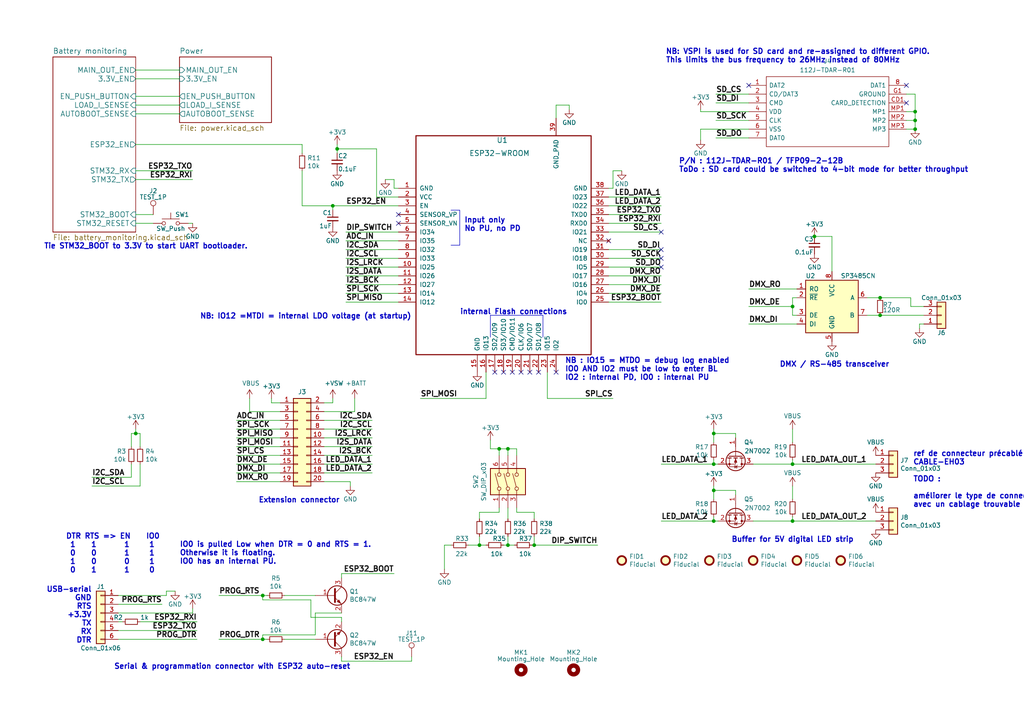
<source format=kicad_sch>
(kicad_sch (version 20230121) (generator eeschema)
  (paper "A4")
  (title_block (title "ESP32 battery management module") (date "2023-06-14") (rev "3.2") (company "for : KXKM") (comment 1 "update PCB, add optional SD, ....") (comment 2 "Clément SAILLANT (v3.2) : improve Autoboot") (comment 3 "Viven Henry (v3) : remove SD, add Switch, add Autoboot") (comment 4 "Tom Magnier :  initial release (v1 & v2)"))
  (lib_symbols
    (symbol "112J-TDAR-R01:112J-TDAR-R01" (pin_names (offset 0.762))
      (property "Reference" "J" (at 41.91 7.62 0))
      (property "Value" "112J-TDAR-R01" (at 41.91 5.08 0))
      (symbol "112J-TDAR-R01_0_0"
        (pin passive line (at 0 0 0) (length 5.08) (name "DAT2") (number "1"))
        (pin passive line (at 0 -2.54 0) (length 5.08) (name "CD/DAT3") (number "2"))
        (pin passive line (at 0 -5.08 0) (length 5.08) (name "CMD") (number "3"))
        (pin passive line (at 0 -7.62 0) (length 5.08) (name "VDD") (number "4"))
        (pin passive line (at 0 -10.16 0) (length 5.08) (name "CLK") (number "5"))
        (pin passive line (at 0 -12.7 0) (length 5.08) (name "VSS") (number "6"))
        (pin passive line (at 0 -15.24 0) (length 5.08) (name "DAT0") (number "7"))
        (pin passive line (at 45.72 0 180) (length 5.08) (name "DAT1") (number "8"))
        (pin passive line (at 45.72 -5.08 180) (length 5.08) (name "CARD_DETECTION") (number "CD1"))
        (pin passive line (at 45.72 -2.54 180) (length 5.08) (name "GROUND") (number "G1"))
        (pin passive line (at 45.72 -7.62 180) (length 5.08) (name "MP1") (number "MP1"))
        (pin passive line (at 45.72 -10.16 180) (length 5.08) (name "MP2") (number "MP2"))
        (pin passive line (at 45.72 -12.7 180) (length 5.08) (name "MP3") (number "MP3"))
      )
    )
    (symbol "Connector:TestPoint" (pin_numbers hide) (pin_names (offset 0.762) hide)
      (property "Reference" "TP" (at 0 6.858 0))
      (property "Value" "Connector_TestPoint" (at 0 5.08 0))
      (symbol "TestPoint_1_1"
        (pin passive line (at 0 0 90) (length 2.54) (name "1") (number "1"))
      )
    )
    (symbol "Connector_Generic:Conn_01x03" (pin_names (offset 1.016) hide)
      (property "Reference" "J" (at 0 5.08 0))
      (property "Value" "Connector_Generic_Conn_01x03" (at 0 -5.08 0))
      (symbol "Conn_01x03_1_1"
        (pin passive line (at -5.08 2.54 0) (length 3.81) (name "Pin_1") (number "1"))
        (pin passive line (at -5.08 0 0) (length 3.81) (name "Pin_2") (number "2"))
        (pin passive line (at -5.08 -2.54 0) (length 3.81) (name "Pin_3") (number "3"))
      )
    )
    (symbol "Connector_Generic:Conn_01x06" (pin_names (offset 1.016) hide)
      (property "Reference" "J" (at 0 7.62 0))
      (property "Value" "Connector_Generic_Conn_01x06" (at 0 -10.16 0))
      (symbol "Conn_01x06_1_1"
        (pin passive line (at -5.08 5.08 0) (length 3.81) (name "Pin_1") (number "1"))
        (pin passive line (at -5.08 2.54 0) (length 3.81) (name "Pin_2") (number "2"))
        (pin passive line (at -5.08 0 0) (length 3.81) (name "Pin_3") (number "3"))
        (pin passive line (at -5.08 -2.54 0) (length 3.81) (name "Pin_4") (number "4"))
        (pin passive line (at -5.08 -5.08 0) (length 3.81) (name "Pin_5") (number "5"))
        (pin passive line (at -5.08 -7.62 0) (length 3.81) (name "Pin_6") (number "6"))
      )
    )
    (symbol "Connector_Generic:Conn_02x10_Odd_Even" (pin_names (offset 1.016) hide)
      (property "Reference" "J" (at 1.27 12.7 0))
      (property "Value" "Connector_Generic_Conn_02x10_Odd_Even" (at 1.27 -15.24 0))
      (symbol "Conn_02x10_Odd_Even_1_1"
        (pin passive line (at -5.08 10.16 0) (length 3.81) (name "Pin_1") (number "1"))
        (pin passive line (at 7.62 0 180) (length 3.81) (name "Pin_10") (number "10"))
        (pin passive line (at -5.08 -2.54 0) (length 3.81) (name "Pin_11") (number "11"))
        (pin passive line (at 7.62 -2.54 180) (length 3.81) (name "Pin_12") (number "12"))
        (pin passive line (at -5.08 -5.08 0) (length 3.81) (name "Pin_13") (number "13"))
        (pin passive line (at 7.62 -5.08 180) (length 3.81) (name "Pin_14") (number "14"))
        (pin passive line (at -5.08 -7.62 0) (length 3.81) (name "Pin_15") (number "15"))
        (pin passive line (at 7.62 -7.62 180) (length 3.81) (name "Pin_16") (number "16"))
        (pin passive line (at -5.08 -10.16 0) (length 3.81) (name "Pin_17") (number "17"))
        (pin passive line (at 7.62 -10.16 180) (length 3.81) (name "Pin_18") (number "18"))
        (pin passive line (at -5.08 -12.7 0) (length 3.81) (name "Pin_19") (number "19"))
        (pin passive line (at 7.62 10.16 180) (length 3.81) (name "Pin_2") (number "2"))
        (pin passive line (at 7.62 -12.7 180) (length 3.81) (name "Pin_20") (number "20"))
        (pin passive line (at -5.08 7.62 0) (length 3.81) (name "Pin_3") (number "3"))
        (pin passive line (at 7.62 7.62 180) (length 3.81) (name "Pin_4") (number "4"))
        (pin passive line (at -5.08 5.08 0) (length 3.81) (name "Pin_5") (number "5"))
        (pin passive line (at 7.62 5.08 180) (length 3.81) (name "Pin_6") (number "6"))
        (pin passive line (at -5.08 2.54 0) (length 3.81) (name "Pin_7") (number "7"))
        (pin passive line (at 7.62 2.54 180) (length 3.81) (name "Pin_8") (number "8"))
        (pin passive line (at -5.08 0 0) (length 3.81) (name "Pin_9") (number "9"))
      )
    )
    (symbol "Device:C_Small" (pin_numbers hide) (pin_names (offset 0.254) hide)
      (property "Reference" "C" (at 0.254 1.778 0))
      (property "Value" "Device_C_Small" (at 0.254 -2.032 0))
      (symbol "C_Small_1_1"
        (pin passive line (at 0 2.54 270) (length 2.032) (name "~") (number "1"))
        (pin passive line (at 0 -2.54 90) (length 2.032) (name "~") (number "2"))
      )
    )
    (symbol "Device:R_Small" (pin_numbers hide) (pin_names (offset 0.254) hide)
      (property "Reference" "R" (at 0.762 0.508 0))
      (property "Value" "Device_R_Small" (at 0.762 -1.016 0))
      (symbol "R_Small_1_1"
        (pin passive line (at 0 2.54 270) (length 0.762) (name "~") (number "1"))
        (pin passive line (at 0 -2.54 90) (length 0.762) (name "~") (number "2"))
      )
    )
    (symbol "Interface_UART:SP3485CN" (pin_names (offset 1.016))
      (property "Reference" "U" (at -7.62 8.89 0))
      (property "Value" "Interface_UART_SP3485CN" (at 2.54 8.89 0))
      (symbol "SP3485CN_1_1"
        (pin output line (at -10.16 5.08 0) (length 2.54) (name "RO") (number "1"))
        (pin input line (at -10.16 2.54 0) (length 2.54) (name "~{RE}") (number "2"))
        (pin input line (at -10.16 -2.54 0) (length 2.54) (name "DE") (number "3"))
        (pin input line (at -10.16 -5.08 0) (length 2.54) (name "DI") (number "4"))
        (pin power_in line (at 0 -10.16 90) (length 2.54) (name "GND") (number "5"))
        (pin bidirectional line (at 10.16 2.54 180) (length 2.54) (name "A") (number "6"))
        (pin bidirectional line (at 10.16 -2.54 180) (length 2.54) (name "B") (number "7"))
        (pin power_in line (at 0 10.16 270) (length 2.54) (name "VCC") (number "8"))
      )
    )
    (symbol "KXKM_ESP32_battery_management_board-rescue:ESP32-WROOM-espressif-xess" (pin_names (offset 1.016))
      (property "Reference" "U" (at 3.81 6.35 0))
      (property "Value" "ESP32-WROOM-espressif-xess" (at 3.81 3.81 0))
      (symbol "ESP32-WROOM-espressif-xess_1_1"
        (pin power_in line (at 0 0 0) (length 5.08) (name "GND") (number "1"))
        (pin bidirectional line (at 0 -22.86 0) (length 5.08) (name "IO25") (number "10"))
        (pin input line (at 0 -25.4 0) (length 5.08) (name "IO26") (number "11"))
        (pin bidirectional line (at 0 -27.94 0) (length 5.08) (name "IO27") (number "12"))
        (pin bidirectional line (at 0 -30.48 0) (length 5.08) (name "IO14") (number "13"))
        (pin bidirectional line (at 0 -33.02 0) (length 5.08) (name "IO12") (number "14"))
        (pin power_in line (at 22.86 -53.34 90) (length 5.08) (name "GND") (number "15"))
        (pin bidirectional line (at 25.4 -53.34 90) (length 5.08) (name "IO13") (number "16"))
        (pin bidirectional line (at 27.94 -53.34 90) (length 5.08) (name "SD2/IO9") (number "17"))
        (pin bidirectional line (at 30.48 -53.34 90) (length 5.08) (name "SD3/IO10") (number "18"))
        (pin bidirectional line (at 33.02 -53.34 90) (length 5.08) (name "CMD/IO11") (number "19"))
        (pin power_in line (at 0 -2.54 0) (length 5.08) (name "VCC") (number "2"))
        (pin bidirectional line (at 35.56 -53.34 90) (length 5.08) (name "CLK/IO6") (number "20"))
        (pin bidirectional line (at 38.1 -53.34 90) (length 5.08) (name "SD0/IO7") (number "21"))
        (pin bidirectional line (at 40.64 -53.34 90) (length 5.08) (name "SD1/IO8") (number "22"))
        (pin bidirectional line (at 43.18 -53.34 90) (length 5.08) (name "IO15") (number "23"))
        (pin bidirectional line (at 45.72 -53.34 90) (length 5.08) (name "IO2") (number "24"))
        (pin bidirectional line (at 60.96 -33.02 180) (length 5.08) (name "IO0") (number "25"))
        (pin bidirectional line (at 60.96 -30.48 180) (length 5.08) (name "IO4") (number "26"))
        (pin bidirectional line (at 60.96 -27.94 180) (length 5.08) (name "IO16") (number "27"))
        (pin bidirectional line (at 60.96 -25.4 180) (length 5.08) (name "IO17") (number "28"))
        (pin bidirectional line (at 60.96 -22.86 180) (length 5.08) (name "IO5") (number "29"))
        (pin input line (at 0 -5.08 0) (length 5.08) (name "EN") (number "3"))
        (pin bidirectional line (at 60.96 -20.32 180) (length 5.08) (name "IO18") (number "30"))
        (pin bidirectional line (at 60.96 -17.78 180) (length 5.08) (name "IO19") (number "31"))
        (pin no_connect line (at 60.96 -15.24 180) (length 5.08) (name "NC") (number "32"))
        (pin bidirectional line (at 60.96 -12.7 180) (length 5.08) (name "IO21") (number "33"))
        (pin bidirectional line (at 60.96 -10.16 180) (length 5.08) (name "RXD0") (number "34"))
        (pin bidirectional line (at 60.96 -7.62 180) (length 5.08) (name "TXD0") (number "35"))
        (pin bidirectional line (at 60.96 -5.08 180) (length 5.08) (name "IO22") (number "36"))
        (pin bidirectional line (at 60.96 -2.54 180) (length 5.08) (name "IO23") (number "37"))
        (pin power_in line (at 60.96 0 180) (length 5.08) (name "GND") (number "38"))
        (pin power_in line (at 45.72 20.32 270) (length 5.08) (name "GND_PAD") (number "39"))
        (pin input line (at 0 -7.62 0) (length 5.08) (name "SENSOR_VP") (number "4"))
        (pin input line (at 0 -10.16 0) (length 5.08) (name "SENSOR_VN") (number "5"))
        (pin bidirectional line (at 0 -12.7 0) (length 5.08) (name "IO34") (number "6"))
        (pin bidirectional line (at 0 -15.24 0) (length 5.08) (name "IO35") (number "7"))
        (pin bidirectional line (at 0 -17.78 0) (length 5.08) (name "IO32") (number "8"))
        (pin bidirectional line (at 0 -20.32 0) (length 5.08) (name "IO33") (number "9"))
      )
    )
    (symbol "Mechanical:Fiducial"
      (property "Reference" "FID" (at 0 5.08 0))
      (property "Value" "Mechanical_Fiducial" (at 0 3.175 0))
    )
    (symbol "Mechanical:MountingHole" (pin_names (offset 1.016))
      (property "Reference" "H" (at 0 5.08 0))
      (property "Value" "Mechanical_MountingHole" (at 0 3.175 0))
    )
    (symbol "Switch:SW_DIP_x03" (pin_names (offset 0) hide)
      (property "Reference" "SW" (at 0 8.89 0))
      (property "Value" "Switch_SW_DIP_x03" (at 0 -3.81 0))
      (symbol "SW_DIP_x03_1_1"
        (pin passive line (at -7.62 5.08 0) (length 5.08) (name "~") (number "1"))
        (pin passive line (at -7.62 2.54 0) (length 5.08) (name "~") (number "2"))
        (pin passive line (at -7.62 0 0) (length 5.08) (name "~") (number "3"))
        (pin passive line (at 7.62 0 180) (length 5.08) (name "~") (number "4"))
        (pin passive line (at 7.62 2.54 180) (length 5.08) (name "~") (number "5"))
        (pin passive line (at 7.62 5.08 180) (length 5.08) (name "~") (number "6"))
      )
    )
    (symbol "Switch:SW_Push" (pin_numbers hide) (pin_names (offset 1.016) hide)
      (property "Reference" "SW" (at 1.27 2.54 0))
      (property "Value" "Switch_SW_Push" (at 0 -1.524 0))
      (symbol "SW_Push_0_1"
        (pin passive line (at -5.08 0 0) (length 2.54) (name "1") (number "1"))
        (pin passive line (at 5.08 0 180) (length 2.54) (name "2") (number "2"))
      )
    )
    (symbol "Transistor_BJT:BC847W" (pin_names (offset 0) hide)
      (property "Reference" "Q" (at 5.08 1.905 0))
      (property "Value" "Transistor_BJT_BC847W" (at 5.08 0 0))
      (symbol "BC847W_1_1"
        (pin input line (at -5.08 0 0) (length 5.715) (name "B") (number "1"))
        (pin passive line (at 2.54 -5.08 90) (length 2.54) (name "E") (number "2"))
        (pin passive line (at 2.54 5.08 270) (length 2.54) (name "C") (number "3"))
      )
    )
    (symbol "Transistor_FET:2N7002" (pin_names hide)
      (property "Reference" "Q" (at 5.08 1.905 0))
      (property "Value" "Transistor_FET_2N7002" (at 5.08 0 0))
      (symbol "2N7002_1_1"
        (pin input line (at -5.08 0 0) (length 2.54) (name "G") (number "1"))
        (pin passive line (at 2.54 -5.08 90) (length 2.54) (name "S") (number "2"))
        (pin passive line (at 2.54 5.08 270) (length 2.54) (name "D") (number "3"))
      )
    )
    (symbol "power:+3.3V" (power) (pin_names (offset 0))
      (property "Value" "power_+3.3V" (at 0 3.556 0))
      (symbol "+3.3V_1_1"
        (pin power_in line (at 0 0 90) (length 0) hide (name "+3V3") (number "1"))
      )
    )
    (symbol "power:+BATT" (power) (pin_names (offset 0))
      (property "Value" "power_+BATT" (at 0 3.556 0))
      (symbol "+BATT_1_1"
        (pin power_in line (at 0 0 90) (length 0) hide (name "+BATT") (number "1"))
      )
    )
    (symbol "power:+VSW" (power) (pin_names (offset 0))
      (property "Value" "power_+VSW" (at 0 3.556 0))
      (symbol "+VSW_1_1"
        (pin power_in line (at 0 0 90) (length 0) hide (name "+VSW") (number "1"))
      )
    )
    (symbol "power:GND" (power) (pin_names (offset 0))
      (property "Value" "power_GND" (at 0 -3.81 0))
      (symbol "GND_1_1"
        (pin power_in line (at 0 0 270) (length 0) hide (name "GND") (number "1"))
      )
    )
    (symbol "power:VBUS" (power) (pin_names (offset 0))
      (property "Value" "power_VBUS" (at 0 3.81 0))
      (symbol "VBUS_1_1"
        (pin power_in line (at 0 0 90) (length 0) hide (name "VBUS") (number "1"))
      )
    )
  )
  (junction (at 154.94 158.115))
  (junction (at 265.43 34.925))
  (junction (at 147.32 158.115))
  (junction (at 207.01 142.24))
  (junction (at 76.2 185.42))
  (junction (at 97.79 43.18))
  (junction (at 76.2 172.72))
  (junction (at 39.37 125.73))
  (junction (at 207.01 151.13))
  (junction (at 147.32 130.175))
  (junction (at 229.87 151.13))
  (junction (at 207.01 134.62))
  (junction (at 255.27 91.44))
  (junction (at 236.22 68.58))
  (junction (at 96.52 59.69))
  (junction (at 139.065 158.115))
  (junction (at 229.87 134.62))
  (junction (at 229.87 88.9))
  (junction (at 265.43 37.465))
  (junction (at 265.43 32.385))
  (junction (at 207.01 125.73))
  (junction (at 255.27 86.36))
  (junction (at 144.78 130.175))
  (no_connect (at 151.13 107.95))
  (no_connect (at 115.57 62.23))
  (no_connect (at 176.53 69.85))
  (no_connect (at 191.77 72.39))
  (no_connect (at 143.51 107.95))
  (no_connect (at 156.21 107.95))
  (no_connect (at 191.77 74.93))
  (no_connect (at 146.05 107.95))
  (no_connect (at 262.89 29.845))
  (no_connect (at 161.29 107.95))
  (no_connect (at 148.59 107.95))
  (no_connect (at 115.57 64.77))
  (no_connect (at 191.77 77.47))
  (no_connect (at 262.89 24.765))
  (no_connect (at 153.67 107.95))
  (no_connect (at 217.17 24.765))
  (no_connect (at 191.77 67.31))
  (wire (pts (xy 38.1 134.62) (xy 38.1 138.43)))
  (wire (pts (xy 76.2 172.72) (xy 77.47 172.72)))
  (wire (pts (xy 140.97 115.57) (xy 121.92 115.57)))
  (wire (pts (xy 76.2 173.99) (xy 90.17 173.99)))
  (wire (pts (xy 68.58 127) (xy 81.28 127)))
  (wire (pts (xy 93.98 134.62) (xy 107.95 134.62)))
  (wire (pts (xy 144.78 130.175) (xy 142.24 130.175)))
  (wire (pts (xy 72.39 119.38) (xy 81.28 119.38)))
  (wire (pts (xy 231.14 93.98) (xy 217.17 93.98)))
  (wire (pts (xy 231.14 83.82) (xy 217.17 83.82)))
  (wire (pts (xy 229.87 88.9) (xy 229.87 91.44)))
  (wire (pts (xy 176.53 54.61) (xy 177.8 54.61)))
  (wire (pts (xy 39.37 27.94) (xy 52.07 27.94)))
  (wire (pts (xy 213.36 142.24) (xy 213.36 143.51)))
  (wire (pts (xy 255.27 91.44) (xy 267.97 91.44)))
  (wire (pts (xy 87.63 59.69) (xy 87.63 49.53)))
  (wire (pts (xy 109.22 57.15) (xy 109.22 43.18)))
  (wire (pts (xy 229.87 86.36) (xy 229.87 88.9)))
  (wire (pts (xy 90.17 173.99) (xy 90.17 179.07)))
  (wire (pts (xy 91.44 177.8) (xy 99.06 177.8)))
  (wire (pts (xy 265.43 27.305) (xy 265.43 32.385)))
  (wire (pts (xy 82.55 185.42) (xy 91.44 185.42)))
  (wire (pts (xy 266.7 93.98) (xy 267.97 93.98)))
  (wire (pts (xy 176.53 77.47) (xy 191.77 77.47)))
  (wire (pts (xy 68.58 134.62) (xy 81.28 134.62)))
  (wire (pts (xy 40.64 125.73) (xy 40.64 129.54)))
  (wire (pts (xy 203.2 40.64) (xy 203.2 37.465)))
  (wire (pts (xy 39.37 20.32) (xy 52.07 20.32)))
  (wire (pts (xy 100.33 69.85) (xy 115.57 69.85)))
  (wire (pts (xy 78.74 115.57) (xy 78.74 116.84)))
  (wire (pts (xy 251.46 91.44) (xy 255.27 91.44)))
  (wire (pts (xy 207.01 142.24) (xy 213.36 142.24)))
  (wire (pts (xy 229.87 88.9) (xy 217.17 88.9)))
  (wire (pts (xy 96.52 60.96) (xy 96.52 59.69)))
  (wire (pts (xy 100.33 72.39) (xy 115.57 72.39)))
  (polyline (pts (xy 133.35 60.96) (xy 133.35 71.12)))
  (wire (pts (xy 115.57 85.09) (xy 100.33 85.09)))
  (wire (pts (xy 99.06 167.64) (xy 99.06 166.37)))
  (wire (pts (xy 97.79 43.18) (xy 97.79 44.45)))
  (wire (pts (xy 100.33 67.31) (xy 115.57 67.31)))
  (wire (pts (xy 229.87 144.78) (xy 229.87 140.97)))
  (wire (pts (xy 96.52 59.69) (xy 115.57 59.69)))
  (wire (pts (xy 177.8 49.53) (xy 180.34 49.53)))
  (wire (pts (xy 128.905 158.115) (xy 128.905 165.1)))
  (wire (pts (xy 115.57 57.15) (xy 109.22 57.15)))
  (wire (pts (xy 229.87 91.44) (xy 231.14 91.44)))
  (wire (pts (xy 63.5 185.42) (xy 76.2 185.42)))
  (wire (pts (xy 38.1 125.73) (xy 39.37 125.73)))
  (wire (pts (xy 34.29 180.34) (xy 35.56 180.34)))
  (wire (pts (xy 39.37 62.23) (xy 44.45 62.23)))
  (polyline (pts (xy 130.81 60.96) (xy 133.35 60.96)))
  (wire (pts (xy 262.89 32.385) (xy 265.43 32.385)))
  (wire (pts (xy 115.57 74.93) (xy 100.33 74.93)))
  (wire (pts (xy 229.87 151.13) (xy 254 151.13)))
  (wire (pts (xy 34.29 182.88) (xy 57.15 182.88)))
  (polyline (pts (xy 142.24 91.44) (xy 157.48 91.44)))
  (wire (pts (xy 93.98 121.92) (xy 107.95 121.92)))
  (wire (pts (xy 114.3 54.61) (xy 114.3 52.07)))
  (wire (pts (xy 109.22 43.18) (xy 97.79 43.18)))
  (wire (pts (xy 213.36 125.73) (xy 213.36 127)))
  (wire (pts (xy 147.32 158.115) (xy 146.05 158.115)))
  (wire (pts (xy 161.29 34.29) (xy 161.29 30.48)))
  (wire (pts (xy 38.1 125.73) (xy 38.1 129.54)))
  (wire (pts (xy 119.38 191.77) (xy 119.38 190.5)))
  (wire (pts (xy 147.32 147.32) (xy 147.32 150.495)))
  (wire (pts (xy 191.77 64.77) (xy 176.53 64.77)))
  (wire (pts (xy 265.43 34.925) (xy 265.43 37.465)))
  (wire (pts (xy 207.01 125.73) (xy 213.36 125.73)))
  (wire (pts (xy 191.77 74.93) (xy 176.53 74.93)))
  (wire (pts (xy 154.94 158.115) (xy 173.355 158.115)))
  (wire (pts (xy 191.77 134.62) (xy 207.01 134.62)))
  (wire (pts (xy 191.77 57.15) (xy 176.53 57.15)))
  (wire (pts (xy 39.37 125.73) (xy 40.64 125.73)))
  (wire (pts (xy 176.53 87.63) (xy 191.77 87.63)))
  (wire (pts (xy 99.06 191.77) (xy 119.38 191.77)))
  (wire (pts (xy 264.16 86.36) (xy 264.16 88.9)))
  (wire (pts (xy 93.98 139.7) (xy 101.6 139.7)))
  (wire (pts (xy 147.32 130.175) (xy 149.86 130.175)))
  (wire (pts (xy 50.8 171.45) (xy 48.26 171.45)))
  (wire (pts (xy 130.81 158.115) (xy 128.905 158.115)))
  (wire (pts (xy 114.3 52.07) (xy 111.76 52.07)))
  (wire (pts (xy 264.16 88.9) (xy 267.97 88.9)))
  (wire (pts (xy 229.87 86.36) (xy 231.14 86.36)))
  (wire (pts (xy 68.58 129.54) (xy 81.28 129.54)))
  (wire (pts (xy 265.43 32.385) (xy 265.43 34.925)))
  (wire (pts (xy 100.33 77.47) (xy 115.57 77.47)))
  (wire (pts (xy 149.86 130.175) (xy 149.86 132.08)))
  (wire (pts (xy 91.44 184.15) (xy 91.44 177.8)))
  (wire (pts (xy 229.87 134.62) (xy 254 134.62)))
  (wire (pts (xy 207.01 151.13) (xy 208.28 151.13)))
  (wire (pts (xy 203.2 37.465) (xy 217.17 37.465)))
  (wire (pts (xy 76.2 173.99) (xy 76.2 172.72)))
  (wire (pts (xy 207.01 140.97) (xy 207.01 142.24)))
  (wire (pts (xy 139.065 158.115) (xy 135.89 158.115)))
  (wire (pts (xy 34.29 175.26) (xy 46.99 175.26)))
  (wire (pts (xy 144.78 130.175) (xy 147.32 130.175)))
  (wire (pts (xy 139.065 158.115) (xy 140.97 158.115)))
  (wire (pts (xy 100.33 80.01) (xy 115.57 80.01)))
  (wire (pts (xy 99.06 191.77) (xy 99.06 190.5)))
  (wire (pts (xy 207.01 134.62) (xy 207.01 133.35)))
  (wire (pts (xy 218.44 134.62) (xy 229.87 134.62)))
  (wire (pts (xy 101.6 140.97) (xy 101.6 139.7)))
  (wire (pts (xy 87.63 41.91) (xy 87.63 44.45)))
  (wire (pts (xy 154.94 148.59) (xy 154.94 150.495)))
  (wire (pts (xy 241.3 68.58) (xy 241.3 78.74)))
  (wire (pts (xy 93.98 116.84) (xy 96.52 116.84)))
  (wire (pts (xy 149.86 147.32) (xy 149.86 148.59)))
  (wire (pts (xy 158.75 107.95) (xy 158.75 115.57)))
  (wire (pts (xy 34.29 177.8) (xy 55.88 177.8)))
  (wire (pts (xy 255.27 86.36) (xy 264.16 86.36)))
  (wire (pts (xy 140.97 107.95) (xy 140.97 115.57)))
  (wire (pts (xy 115.57 82.55) (xy 100.33 82.55)))
  (wire (pts (xy 90.17 179.07) (xy 99.06 179.07)))
  (wire (pts (xy 207.645 40.005) (xy 217.17 40.005)))
  (polyline (pts (xy 133.35 71.12) (xy 130.81 71.12)))
  (wire (pts (xy 191.77 151.13) (xy 207.01 151.13)))
  (wire (pts (xy 229.87 151.13) (xy 229.87 149.86)))
  (wire (pts (xy 48.26 171.45) (xy 48.26 172.72)))
  (wire (pts (xy 251.46 86.36) (xy 255.27 86.36)))
  (wire (pts (xy 39.37 33.02) (xy 52.07 33.02)))
  (wire (pts (xy 191.77 72.39) (xy 176.53 72.39)))
  (wire (pts (xy 207.01 124.46) (xy 207.01 125.73)))
  (wire (pts (xy 203.2 32.385) (xy 217.17 32.385)))
  (wire (pts (xy 39.37 30.48) (xy 52.07 30.48)))
  (wire (pts (xy 39.37 64.77) (xy 44.45 64.77)))
  (wire (pts (xy 68.58 137.16) (xy 81.28 137.16)))
  (wire (pts (xy 207.01 125.73) (xy 207.01 128.27)))
  (wire (pts (xy 154.94 158.115) (xy 154.305 158.115)))
  (wire (pts (xy 55.88 177.8) (xy 55.88 176.53)))
  (wire (pts (xy 93.98 124.46) (xy 107.95 124.46)))
  (wire (pts (xy 262.89 34.925) (xy 265.43 34.925)))
  (wire (pts (xy 144.78 132.08) (xy 144.78 130.175)))
  (wire (pts (xy 176.53 59.69) (xy 191.77 59.69)))
  (wire (pts (xy 207.645 29.845) (xy 217.17 29.845)))
  (wire (pts (xy 39.37 125.73) (xy 39.37 124.46)))
  (wire (pts (xy 207.01 151.13) (xy 207.01 149.86)))
  (wire (pts (xy 96.52 116.84) (xy 96.52 115.57)))
  (wire (pts (xy 48.26 172.72) (xy 34.29 172.72)))
  (wire (pts (xy 139.065 148.59) (xy 139.065 150.495)))
  (wire (pts (xy 68.58 132.08) (xy 81.28 132.08)))
  (wire (pts (xy 115.57 87.63) (xy 100.33 87.63)))
  (wire (pts (xy 39.37 52.07) (xy 55.88 52.07)))
  (wire (pts (xy 40.64 140.97) (xy 26.67 140.97)))
  (wire (pts (xy 93.98 129.54) (xy 107.95 129.54)))
  (wire (pts (xy 142.24 127.635) (xy 142.24 130.175)))
  (wire (pts (xy 191.77 82.55) (xy 176.53 82.55)))
  (wire (pts (xy 207.01 142.24) (xy 207.01 144.78)))
  (wire (pts (xy 93.98 119.38) (xy 102.87 119.38)))
  (polyline (pts (xy 142.24 97.79) (xy 142.24 91.44)))
  (wire (pts (xy 262.89 27.305) (xy 265.43 27.305)))
  (wire (pts (xy 191.77 67.31) (xy 176.53 67.31)))
  (wire (pts (xy 93.98 127) (xy 107.95 127)))
  (wire (pts (xy 265.43 37.465) (xy 262.89 37.465)))
  (wire (pts (xy 139.065 155.575) (xy 139.065 158.115)))
  (wire (pts (xy 147.32 132.08) (xy 147.32 130.175)))
  (wire (pts (xy 38.1 138.43) (xy 26.67 138.43)))
  (wire (pts (xy 34.29 185.42) (xy 57.15 185.42)))
  (wire (pts (xy 218.44 151.13) (xy 229.87 151.13)))
  (wire (pts (xy 165.1 30.48) (xy 165.1 31.75)))
  (wire (pts (xy 91.44 184.15) (xy 76.2 184.15)))
  (wire (pts (xy 68.58 121.92) (xy 81.28 121.92)))
  (wire (pts (xy 99.06 179.07) (xy 99.06 180.34)))
  (wire (pts (xy 76.2 184.15) (xy 76.2 185.42)))
  (wire (pts (xy 115.57 54.61) (xy 114.3 54.61)))
  (wire (pts (xy 191.77 85.09) (xy 176.53 85.09)))
  (wire (pts (xy 144.78 148.59) (xy 139.065 148.59)))
  (wire (pts (xy 39.37 22.86) (xy 52.07 22.86)))
  (wire (pts (xy 176.53 80.01) (xy 191.77 80.01)))
  (wire (pts (xy 82.55 172.72) (xy 91.44 172.72)))
  (wire (pts (xy 207.645 27.305) (xy 217.17 27.305)))
  (wire (pts (xy 177.8 54.61) (xy 177.8 49.53)))
  (wire (pts (xy 158.75 115.57) (xy 177.8 115.57)))
  (wire (pts (xy 72.39 115.57) (xy 72.39 119.38)))
  (wire (pts (xy 147.32 155.575) (xy 147.32 158.115)))
  (wire (pts (xy 87.63 41.91) (xy 39.37 41.91)))
  (wire (pts (xy 203.2 32.385) (xy 203.2 31.75)))
  (wire (pts (xy 63.5 172.72) (xy 76.2 172.72)))
  (polyline (pts (xy 157.48 91.44) (xy 157.48 97.79)))
  (wire (pts (xy 99.06 166.37) (xy 114.3 166.37)))
  (wire (pts (xy 68.58 139.7) (xy 81.28 139.7)))
  (wire (pts (xy 76.2 185.42) (xy 77.47 185.42)))
  (wire (pts (xy 161.29 30.48) (xy 165.1 30.48)))
  (wire (pts (xy 236.22 68.58) (xy 241.3 68.58)))
  (wire (pts (xy 93.98 132.08) (xy 107.95 132.08)))
  (wire (pts (xy 40.64 134.62) (xy 40.64 140.97)))
  (wire (pts (xy 55.88 49.53) (xy 39.37 49.53)))
  (wire (pts (xy 229.87 124.46) (xy 229.87 128.27)))
  (wire (pts (xy 93.98 137.16) (xy 107.95 137.16)))
  (wire (pts (xy 266.7 95.25) (xy 266.7 93.98)))
  (wire (pts (xy 154.94 155.575) (xy 154.94 158.115)))
  (wire (pts (xy 147.32 158.115) (xy 149.225 158.115)))
  (wire (pts (xy 144.78 147.32) (xy 144.78 148.59)))
  (wire (pts (xy 68.58 124.46) (xy 81.28 124.46)))
  (wire (pts (xy 55.88 64.77) (xy 54.61 64.77)))
  (wire (pts (xy 176.53 62.23) (xy 191.77 62.23)))
  (wire (pts (xy 87.63 59.69) (xy 96.52 59.69)))
  (wire (pts (xy 149.86 148.59) (xy 154.94 148.59)))
  (wire (pts (xy 102.87 119.38) (xy 102.87 115.57)))
  (wire (pts (xy 207.01 134.62) (xy 208.28 134.62)))
  (wire (pts (xy 229.87 134.62) (xy 229.87 133.35)))
  (wire (pts (xy 78.74 116.84) (xy 81.28 116.84)))
  (wire (pts (xy 57.15 180.34) (xy 40.64 180.34)))
  (wire (pts (xy 207.645 34.925) (xy 217.17 34.925)))
  (wire (pts (xy 97.79 41.91) (xy 97.79 43.18)))
  (text "NB: VSPI is used for SD card and re-assigned to different GPIO.\nThis limits the bus frequency to 26MHz instead of 80MHz" (at 193.04 18.415 0) (effects (font (size 1.524 1.524) (thickness 0.3048) bold) (justify left bottom)))
  (text "DMX / RS-485 transceiver" (at 226.06 106.68 0) (effects (font (size 1.524 1.524) (thickness 0.3048) bold) (justify left bottom)))
  (text "Tie STM32_BOOT to 3.3V to start UART bootloader." (at 12.7 72.39 0) (effects (font (size 1.524 1.524) (thickness 0.3048) bold) (justify left bottom)))
  (text "DTR RTS => EN    IO0\n 1    1       1     1\n 0    0       1     1\n 1    0       0     1\n 0    1       1     0" (at 19.05 166.37 0) (effects (font (size 1.524 1.524) (thickness 0.3048) bold) (justify left bottom)))
  (text "Input only\nNo PU, no PD" (at 134.62 67.31 0) (effects (font (size 1.524 1.524) (thickness 0.3048) bold) (justify left bottom)))
  (text "P/N : 112J-TDAR-R01 / TFP09-2-12B \nToDo : SD card could be switched to 4-bit mode for better throughput" (at 196.85 50.165 0) (effects (font (size 1.524 1.524) (thickness 0.3048) bold) (justify left bottom)))
  (text "Buffer for 5V digital LED strip" (at 212.09 157.48 0) (effects (font (size 1.524 1.524) (thickness 0.3048) bold) (justify left bottom)))
  (text "USB-serial\nGND\nRTS\n+3.3V\nTX\nRX\nDTR" (at 26.67 186.69 0) (effects (font (size 1.524 1.524) (thickness 0.3048) bold) (justify right bottom)))
  (text "NB : IO15 = MTDO = debug log enabled\nIO0 AND IO2 must be low to enter BL \nIO2 : internal PD, IO0 : internal PU" (at 163.83 110.49 0) (effects (font (size 1.524 1.524) (thickness 0.3048) bold) (justify left bottom)))
  (text "Serial & programmation connector with ESP32 auto-reset" (at 33.02 194.31 0) (effects (font (size 1.524 1.524) (thickness 0.3048) bold) (justify left bottom)))
  (text "IO0 is pulled Low when DTR = 0 and RTS = 1.\nOtherwise it is floating.\nIO0 has an internal PU." (at 52.07 163.83 0) (effects (font (size 1.524 1.524) (thickness 0.3048) bold) (justify left bottom)))
  (text "NB: IO12 =MTDI = internal LDO voltage (at startup)" (at 119.38 92.71 0) (effects (font (size 1.524 1.524) (thickness 0.3048) bold) (justify right bottom)))
  (text "ref de connecteur précablé :\nCABLE-EH03\n\nTODO :\n\naméliorer le type de connecteur\navec un cablage trouvable facilement/pas chère" (at 264.795 147.32 0) (effects (font (size 1.524 1.524) (thickness 0.3048) bold) (justify left bottom)))
  (text "internal Flash connections" (at 133.35 91.44 0) (effects (font (size 1.524 1.524) (thickness 0.3048) bold) (justify left bottom)))
  (text "Extension connector" (at 74.93 146.05 0) (effects (font (size 1.524 1.524) (thickness 0.3048) bold) (justify left bottom)))
  (label "PROG_RTS" (at 63.5 172.72 0) (effects (font (size 1.524 1.524) (thickness 0.3048) bold)))
  (label "DMX_DI" (at 217.17 93.98 0) (effects (font (size 1.524 1.524) (thickness 0.3048) bold)))
  (label "LED_DATA_1" (at 191.77 57.15 180) (effects (font (size 1.524 1.524) (thickness 0.3048) bold)))
  (label "I2S_LRCK" (at 107.95 127 180) (effects (font (size 1.524 1.524) (thickness 0.3048) bold)))
  (label "ESP32_TXO" (at 57.15 182.88 180) (effects (font (size 1.524 1.524) (thickness 0.3048) bold)))
  (label "LED_DATA_1" (at 107.95 134.62 180) (effects (font (size 1.524 1.524) (thickness 0.3048) bold)))
  (label "LED_DATA_OUT_2" (at 251.46 151.13 180) (effects (font (size 1.524 1.524) (thickness 0.3048) bold)))
  (label "DIP_SWITCH" (at 173.355 158.115 180) (effects (font (size 1.524 1.524) (thickness 0.3048) bold)))
  (label "I2C_SDA" (at 100.33 72.39 0) (effects (font (size 1.524 1.524) (thickness 0.3048) bold)))
  (label "ESP32_TXO" (at 191.77 62.23 180) (effects (font (size 1.524 1.524) (thickness 0.3048) bold)))
  (label "SD_SCK" (at 182.88 74.93 0) (effects (font (size 1.524 1.524) (thickness 0.3048) bold)))
  (label "ESP32_RXI" (at 55.88 52.07 180) (effects (font (size 1.524 1.524) (thickness 0.3048) bold)))
  (label "I2S_BCK" (at 100.33 82.55 0) (effects (font (size 1.524 1.524) (thickness 0.3048) bold)))
  (label "SD_DO" (at 207.645 40.005 0) (effects (font (size 1.524 1.524) (thickness 0.3048) bold)))
  (label "DMX_RO" (at 217.17 83.82 0) (effects (font (size 1.524 1.524) (thickness 0.3048) bold)))
  (label "I2S_DATA" (at 100.33 80.01 0) (effects (font (size 1.524 1.524) (thickness 0.3048) bold)))
  (label "SPI_SCK" (at 68.58 124.46 0) (effects (font (size 1.524 1.524) (thickness 0.3048) bold)))
  (label "ESP32_TXO" (at 55.88 49.53 180) (effects (font (size 1.524 1.524) (thickness 0.3048) bold)))
  (label "ESP32_BOOT" (at 191.77 87.63 180) (effects (font (size 1.524 1.524) (thickness 0.3048) bold)))
  (label "ESP32_EN" (at 114.3 191.77 180) (effects (font (size 1.524 1.524) (thickness 0.3048) bold)))
  (label "SD_DI" (at 184.785 72.39 0) (effects (font (size 1.524 1.524) (thickness 0.3048) bold)))
  (label "DMX_DI" (at 68.58 137.16 0) (effects (font (size 1.524 1.524) (thickness 0.3048) bold)))
  (label "ESP32_BOOT" (at 114.3 166.37 180) (effects (font (size 1.524 1.524) (thickness 0.3048) bold)))
  (label "SPI_MISO" (at 68.58 127 0) (effects (font (size 1.524 1.524) (thickness 0.3048) bold)))
  (label "I2S_LRCK" (at 100.33 77.47 0) (effects (font (size 1.524 1.524) (thickness 0.3048) bold)))
  (label "ADC_IN" (at 100.33 69.85 0) (effects (font (size 1.524 1.524) (thickness 0.3048) bold)))
  (label "I2C_SCL" (at 100.33 74.93 0) (effects (font (size 1.524 1.524) (thickness 0.3048) bold)))
  (label "SD_SCK" (at 207.645 34.925 0) (effects (font (size 1.524 1.524) (thickness 0.3048) bold)))
  (label "SD_CS" (at 207.645 27.305 0) (effects (font (size 1.524 1.524) (thickness 0.3048) bold)))
  (label "PROG_RTS" (at 46.99 175.26 180) (effects (font (size 1.524 1.524) (thickness 0.3048) bold)))
  (label "DMX_DE" (at 217.17 88.9 0) (effects (font (size 1.524 1.524) (thickness 0.3048) bold)))
  (label "I2C_SCL" (at 26.67 140.97 0) (effects (font (size 1.524 1.524) (thickness 0.3048) bold)))
  (label "LED_DATA_1" (at 191.77 134.62 0) (effects (font (size 1.524 1.524) (thickness 0.3048) bold)))
  (label "SPI_MISO" (at 100.33 87.63 0) (effects (font (size 1.524 1.524) (thickness 0.3048) bold)))
  (label "SD_DI" (at 207.645 29.845 0) (effects (font (size 1.524 1.524) (thickness 0.3048) bold)))
  (label "PROG_DTR" (at 63.5 185.42 0) (effects (font (size 1.524 1.524) (thickness 0.3048) bold)))
  (label "SD_DO" (at 184.15 77.47 0) (effects (font (size 1.524 1.524) (thickness 0.3048) bold)))
  (label "ESP32_RXI" (at 57.15 180.34 180) (effects (font (size 1.524 1.524) (thickness 0.3048) bold)))
  (label "SPI_SCK" (at 100.33 85.09 0) (effects (font (size 1.524 1.524) (thickness 0.3048) bold)))
  (label "SPI_MOSI" (at 68.58 129.54 0) (effects (font (size 1.524 1.524) (thickness 0.3048) bold)))
  (label "SD_CS" (at 183.515 67.31 0) (effects (font (size 1.524 1.524) (thickness 0.3048) bold)))
  (label "DMX_RO" (at 191.77 80.01 180) (effects (font (size 1.524 1.524) (thickness 0.3048) bold)))
  (label "DMX_DI" (at 191.77 82.55 180) (effects (font (size 1.524 1.524) (thickness 0.3048) bold)))
  (label "SPI_CS" (at 68.58 132.08 0) (effects (font (size 1.524 1.524) (thickness 0.3048) bold)))
  (label "I2C_SDA" (at 26.67 138.43 0) (effects (font (size 1.524 1.524) (thickness 0.3048) bold)))
  (label "LED_DATA_OUT_1" (at 251.46 134.62 180) (effects (font (size 1.524 1.524) (thickness 0.3048) bold)))
  (label "DMX_RO" (at 68.58 139.7 0) (effects (font (size 1.524 1.524) (thickness 0.3048) bold)))
  (label "DMX_DE" (at 68.58 134.62 0) (effects (font (size 1.524 1.524) (thickness 0.3048) bold)))
  (label "ADC_IN" (at 68.58 121.92 0) (effects (font (size 1.524 1.524) (thickness 0.3048) bold)))
  (label "DIP_SWITCH" (at 100.33 67.31 0) (effects (font (size 1.524 1.524) (thickness 0.3048) bold)))
  (label "SPI_MOSI" (at 121.92 115.57 0) (effects (font (size 1.524 1.524) (thickness 0.3048) bold)))
  (label "ESP32_RXI" (at 191.77 64.77 180) (effects (font (size 1.524 1.524) (thickness 0.3048) bold)))
  (label "SPI_CS" (at 177.8 115.57 180) (effects (font (size 1.524 1.524) (thickness 0.3048) bold)))
  (label "LED_DATA_2" (at 191.77 59.69 180) (effects (font (size 1.524 1.524) (thickness 0.3048) bold)))
  (label "PROG_DTR" (at 57.15 185.42 180) (effects (font (size 1.524 1.524) (thickness 0.3048) bold)))
  (label "LED_DATA_2" (at 191.77 151.13 0) (effects (font (size 1.524 1.524) (thickness 0.3048) bold)))
  (label "LED_DATA_2" (at 107.95 137.16 180) (effects (font (size 1.524 1.524) (thickness 0.3048) bold)))
  (label "ESP32_EN" (at 100.33 59.69 0) (effects (font (size 1.524 1.524) (thickness 0.3048) bold)))
  (label "I2C_SDA" (at 107.95 121.92 180) (effects (font (size 1.524 1.524) (thickness 0.3048) bold)))
  (label "I2C_SCL" (at 107.95 124.46 180) (effects (font (size 1.524 1.524) (thickness 0.3048) bold)))
  (label "DMX_DE" (at 191.77 85.09 180) (effects (font (size 1.524 1.524) (thickness 0.3048) bold)))
  (label "I2S_DATA" (at 107.95 129.54 180) (effects (font (size 1.524 1.524) (thickness 0.3048) bold)))
  (label "I2S_BCK" (at 107.95 132.08 180) (effects (font (size 1.524 1.524) (thickness 0.3048) bold)))
  (symbol (lib_id "KXKM_ESP32_battery_management_board-rescue:ESP32-WROOM-espressif-xess") (at 115.57 54.61 0) (unit 1)
    (property "Reference" "U1" (at 147.32 40.64 0) (effects (font (size 1.524 1.524)) (justify right)))
    (property "Value" "ESP32-WROOM" (at 153.67 44.45 0) (effects (font (size 1.524 1.524)) (justify right)))
    (property "Footprint" "RF_Module:ESP32-WROOM-32U" (effects hide))
    (property "LCSC" "C529580" (effects hide))
  )
  (symbol (lib_id "Interface_UART:SP3485CN") (at 241.3 88.9 0) (unit 1)
    (property "Reference" "U2" (at 233.68 80.01 0) (effects (justify left)))
    (property "Value" "SP3485CN" (at 243.84 80.01 0) (effects (justify left)))
    (property "Footprint" "Package_SO:SOIC-8_3.9x4.9mm_P1.27mm" (effects hide))
    (property "LCSC" "C668205" (effects hide))
  )
  (symbol (lib_id "power:GND") (at 111.76 52.07 0) (unit 1)
    (property "Reference" "#PWR01" (effects hide))
    (property "Value" "GND" (at 111.76 55.88 0))
  )
  (symbol (lib_id "power:GND") (at 180.34 49.53 0) (unit 1)
    (property "Reference" "#PWR02" (effects hide))
    (property "Value" "GND" (at 180.34 53.34 0))
  )
  (symbol (lib_id "power:GND") (at 138.43 107.95 0) (unit 1)
    (property "Reference" "#PWR03" (effects hide))
    (property "Value" "GND" (at 138.43 111.76 0))
  )
  (symbol (lib_id "Device:C_Small") (at 97.79 46.99 0) (unit 1)
    (property "Reference" "C2" (at 98.044 45.212 0) (effects (justify left)))
    (property "Value" "0.1uF" (at 98.044 49.022 0) (effects (justify left)))
    (property "Footprint" "Capacitor_SMD:C_0603_1608Metric" (effects hide))
    (property "LCSC" "C14663" (effects hide))
  )
  (symbol (lib_id "power:GND") (at 97.79 49.53 0) (unit 1)
    (property "Reference" "#PWR04" (effects hide))
    (property "Value" "GND" (at 97.79 53.34 0))
  )
  (symbol (lib_id "power:+3.3V") (at 97.79 41.91 0) (unit 1)
    (property "Reference" "#PWR05" (effects hide))
    (property "Value" "+3.3V" (at 97.79 38.354 0))
  )
  (symbol (lib_id "Mechanical:MountingHole") (at 166.37 194.31 0) (unit 1)
    (property "Reference" "MK2" (at 166.37 189.23 0))
    (property "Value" "Mounting_Hole" (at 166.37 191.135 0))
    (property "Footprint" "MountingHole:MountingHole_3.2mm_M3" (effects hide))
  )
  (symbol (lib_id "Mechanical:MountingHole") (at 151.13 194.31 0) (unit 1)
    (property "Reference" "MK1" (at 151.13 189.23 0))
    (property "Value" "Mounting_Hole" (at 151.13 191.135 0))
    (property "Footprint" "MountingHole:MountingHole_3.2mm_M3" (effects hide))
  )
  (symbol (lib_id "Switch:SW_Push") (at 49.53 64.77 0) (unit 1)
    (property "Reference" "SW1" (at 50.8 62.23 0) (effects (justify left)))
    (property "Value" "SW_Push" (at 49.53 66.294 0))
    (property "Footprint" "Button_Switch_SMD:SW_SPST_KMR2" (effects hide))
    (property "LCSC" "C128941" (effects hide))
  )
  (symbol (lib_id "Connector:TestPoint") (at 44.45 62.23 0) (unit 1)
    (property "Reference" "J2" (at 44.45 55.372 0))
    (property "Value" "TEST_1P" (at 44.45 57.15 0))
    (property "Footprint" "TestPoint:TestPoint_Pad_D1.5mm" (effects hide))
  )
  (symbol (lib_id "power:GND") (at 55.88 64.77 0) (unit 1)
    (property "Reference" "#PWR018" (effects hide))
    (property "Value" "GND" (at 55.88 68.58 0))
  )
  (symbol (lib_id "Connector_Generic:Conn_01x06") (at 29.21 177.8 0) (mirror y) (unit 1)
    (property "Reference" "J1" (at 29.21 170.18 0))
    (property "Value" "Conn_01x06" (at 29.21 187.96 0))
    (property "Footprint" "Connector_PinHeader_2.54mm:PinHeader_1x06_P2.54mm_Vertical" (effects hide))
  )
  (symbol (lib_id "power:GND") (at 50.8 171.45 0) (unit 1)
    (property "Reference" "#PWR019" (effects hide))
    (property "Value" "GND" (at 50.8 175.26 0))
  )
  (symbol (lib_id "power:+3.3V") (at 55.88 176.53 0) (unit 1)
    (property "Reference" "#PWR020" (effects hide))
    (property "Value" "+3.3V" (at 55.88 172.974 0))
  )
  (symbol (lib_id "Device:C_Small") (at 96.52 63.5 0) (mirror y) (unit 1)
    (property "Reference" "C1" (at 96.266 61.722 0) (effects (justify left)))
    (property "Value" "1uF" (at 96.266 65.532 0) (effects (justify left)))
    (property "Footprint" "Capacitor_SMD:C_0603_1608Metric" (effects hide))
    (property "LCSC" "C15849" (effects hide))
  )
  (symbol (lib_id "power:GND") (at 96.52 66.04 0) (unit 1)
    (property "Reference" "#PWR021" (effects hide))
    (property "Value" "GND" (at 96.52 69.85 0))
  )
  (symbol (lib_id "power:+3.3V") (at 39.37 124.46 0) (unit 1)
    (property "Reference" "#PWR06" (effects hide))
    (property "Value" "+3.3V" (at 39.37 120.904 0))
  )
  (symbol (lib_id "power:+3.3V") (at 207.01 124.46 0) (unit 1)
    (property "Reference" "#PWR010" (effects hide))
    (property "Value" "+3.3V" (at 207.01 120.904 0))
  )
  (symbol (lib_id "power:GND") (at 241.3 99.06 0) (unit 1)
    (property "Reference" "#PWR011" (effects hide))
    (property "Value" "GND" (at 241.3 102.87 0))
  )
  (symbol (lib_id "Device:C_Small") (at 236.22 71.12 0) (mirror y) (unit 1)
    (property "Reference" "C3" (at 235.966 69.342 0) (effects (justify left)))
    (property "Value" "0.1uF" (at 235.966 73.152 0) (effects (justify left)))
    (property "Footprint" "Capacitor_SMD:C_0603_1608Metric" (effects hide))
    (property "LCSC" "C14663" (effects hide))
  )
  (symbol (lib_id "power:+3.3V") (at 236.22 68.58 0) (unit 1)
    (property "Reference" "#PWR012" (effects hide))
    (property "Value" "+3.3V" (at 236.22 65.024 0))
  )
  (symbol (lib_id "power:GND") (at 236.22 73.66 0) (unit 1)
    (property "Reference" "#PWR013" (effects hide))
    (property "Value" "GND" (at 236.22 77.47 0))
  )
  (symbol (lib_id "Device:R_Small") (at 255.27 88.9 0) (unit 1)
    (property "Reference" "R7" (at 256.032 88.392 0) (effects (justify left)))
    (property "Value" "120R" (at 256.032 89.916 0) (effects (justify left)))
    (property "Footprint" "Resistor_SMD:R_0603_1608Metric" (effects hide))
    (property "LCSC" "C114681" (effects hide))
  )
  (symbol (lib_id "Connector_Generic:Conn_01x03") (at 273.05 91.44 0) (mirror x) (unit 1)
    (property "Reference" "J6" (at 273.05 96.52 0))
    (property "Value" "Conn_01x03" (at 273.05 86.36 0))
    (property "Footprint" "Connector_PinHeader_2.54mm:PinHeader_1x03_P2.54mm_Vertical" (effects hide))
  )
  (symbol (lib_id "power:GND") (at 266.7 95.25 0) (unit 1)
    (property "Reference" "#PWR014" (effects hide))
    (property "Value" "GND" (at 266.7 99.06 0))
  )
  (symbol (lib_id "power:GND") (at 165.1 31.75 0) (unit 1)
    (property "Reference" "#PWR029" (effects hide))
    (property "Value" "GND" (at 165.1 35.56 0))
  )
  (symbol (lib_id "power:GND") (at 254 153.67 0) (unit 1)
    (property "Reference" "#PWR015" (effects hide))
    (property "Value" "GND" (at 254 157.48 0))
  )
  (symbol (lib_id "power:+3.3V") (at 207.01 140.97 0) (unit 1)
    (property "Reference" "#PWR022" (effects hide))
    (property "Value" "+3.3V" (at 207.01 137.414 0))
  )
  (symbol (lib_id "power:VBUS") (at 229.87 124.46 0) (unit 1)
    (property "Reference" "#PWR030" (effects hide))
    (property "Value" "VBUS" (at 229.87 120.65 0))
  )
  (symbol (lib_id "power:VBUS") (at 229.87 140.97 0) (unit 1)
    (property "Reference" "#PWR031" (effects hide))
    (property "Value" "VBUS" (at 229.87 137.16 0))
  )
  (symbol (lib_id "power:VBUS") (at 254 132.08 0) (unit 1)
    (property "Reference" "#PWR032" (effects hide))
    (property "Value" "VBUS" (at 254 128.27 0))
  )
  (symbol (lib_id "Connector:TestPoint") (at 119.38 190.5 0) (unit 1)
    (property "Reference" "J11" (at 119.38 183.642 0))
    (property "Value" "TEST_1P" (at 119.38 185.42 0))
    (property "Footprint" "TestPoint:TestPoint_Pad_D1.5mm" (effects hide))
  )
  (symbol (lib_id "Device:R_Small") (at 80.01 172.72 270) (unit 1)
    (property "Reference" "R5" (at 80.01 167.7416 90))
    (property "Value" "10k" (at 80.01 170.053 90))
    (property "Footprint" "Resistor_SMD:R_0603_1608Metric" (effects hide))
    (property "LCSC" "C25804" (effects hide))
  )
  (symbol (lib_id "Device:R_Small") (at 80.01 185.42 270) (unit 1)
    (property "Reference" "R6" (at 80.01 180.4416 90))
    (property "Value" "10k" (at 80.01 182.753 90))
    (property "Footprint" "Resistor_SMD:R_0603_1608Metric" (effects hide))
    (property "LCSC" "C25804" (effects hide))
  )
  (symbol (lib_id "Transistor_BJT:BC847W") (at 96.52 172.72 0) (unit 1)
    (property "Reference" "Q1" (at 101.3714 171.5516 0) (effects (justify left)))
    (property "Value" "BC847W" (at 101.3714 173.863 0) (effects (justify left)))
    (property "Footprint" "Package_TO_SOT_SMD:SOT-323_SC-70" (effects hide))
    (property "Datasheet" "http://www.infineon.com/dgdl/Infineon-BC847SERIES_BC848SERIES_BC849SERIES_BC850SERIES-DS-v01_01-en.pdf?fileId=db3a304314dca389011541d4630a1657" (effects hide))
    (property "LCSC" "C130418" (effects hide))
  )
  (symbol (lib_id "Transistor_BJT:BC847W") (at 96.52 185.42 0) (mirror x) (unit 1)
    (property "Reference" "Q2" (at 101.3714 184.2516 0) (effects (justify left)))
    (property "Value" "BC847W" (at 101.3714 186.563 0) (effects (justify left)))
    (property "Footprint" "Package_TO_SOT_SMD:SOT-323_SC-70" (effects hide))
    (property "Datasheet" "http://www.infineon.com/dgdl/Infineon-BC847SERIES_BC848SERIES_BC849SERIES_BC850SERIES-DS-v01_01-en.pdf?fileId=db3a304314dca389011541d4630a1657" (effects hide))
    (property "LCSC" "C130418" (effects hide))
  )
  (symbol (lib_id "Device:R_Small") (at 38.1 180.34 270) (unit 1)
    (property "Reference" "R2" (at 34.29 179.07 90))
    (property "Value" "1k" (at 41.91 179.07 90))
    (property "Footprint" "Resistor_SMD:R_0603_1608Metric" (effects hide))
    (property "LCSC" "C21190" (effects hide))
  )
  (symbol (lib_id "Device:R_Small") (at 40.64 132.08 180) (unit 1)
    (property "Reference" "R4" (at 42.1386 130.9116 0) (effects (justify right)))
    (property "Value" "10k" (at 42.1386 133.223 0) (effects (justify right)))
    (property "Footprint" "Resistor_SMD:R_0603_1608Metric" (effects hide))
    (property "LCSC" "C25804" (effects hide))
  )
  (symbol (lib_id "Device:R_Small") (at 38.1 132.08 0) (mirror x) (unit 1)
    (property "Reference" "R3" (at 36.6014 130.9116 0) (effects (justify right)))
    (property "Value" "10k" (at 36.6014 133.223 0) (effects (justify right)))
    (property "Footprint" "Resistor_SMD:R_0603_1608Metric" (effects hide))
    (property "LCSC" "C25804" (effects hide))
  )
  (symbol (lib_id "Device:R_Small") (at 87.63 46.99 180) (unit 1)
    (property "Reference" "R11" (at 89.1286 45.8216 0) (effects (justify right)))
    (property "Value" "10k" (at 89.1286 48.133 0) (effects (justify right)))
    (property "Footprint" "Resistor_SMD:R_0603_1608Metric" (effects hide))
    (property "LCSC" "C25804" (effects hide))
  )
  (symbol (lib_id "Transistor_FET:2N7002") (at 213.36 148.59 270) (unit 1)
    (property "Reference" "Q5" (at 217.17 144.78 90))
    (property "Value" "2N7002" (at 219.71 147.32 90))
    (property "Footprint" "Package_TO_SOT_SMD:SOT-23" (effects hide))
    (property "Datasheet" "https://www.fairchildsemi.com/datasheets/2N/2N7002.pdf" (effects hide))
    (property "LCSC" "C8545" (effects hide))
  )
  (symbol (lib_id "Transistor_FET:2N7002") (at 213.36 132.08 270) (unit 1)
    (property "Reference" "Q4" (at 217.17 128.27 90))
    (property "Value" "2N7002" (at 219.71 130.81 90))
    (property "Footprint" "Package_TO_SOT_SMD:SOT-23" (effects hide))
    (property "Datasheet" "https://www.fairchildsemi.com/datasheets/2N/2N7002.pdf" (effects hide))
    (property "LCSC" "C8545" (effects hide))
  )
  (symbol (lib_id "Device:R_Small") (at 207.01 130.81 0) (mirror x) (unit 1)
    (property "Reference" "R17" (at 205.5114 129.6416 0) (effects (justify right)))
    (property "Value" "10k" (at 205.5114 131.953 0) (effects (justify right)))
    (property "Footprint" "Resistor_SMD:R_0603_1608Metric" (effects hide))
    (property "LCSC" "C25804" (effects hide))
  )
  (symbol (lib_id "Device:R_Small") (at 207.01 147.32 0) (mirror x) (unit 1)
    (property "Reference" "R18" (at 205.5114 146.1516 0) (effects (justify right)))
    (property "Value" "10k" (at 205.5114 148.463 0) (effects (justify right)))
    (property "Footprint" "Resistor_SMD:R_0603_1608Metric" (effects hide))
    (property "LCSC" "C25804" (effects hide))
  )
  (symbol (lib_id "Device:R_Small") (at 229.87 130.81 0) (mirror x) (unit 1)
    (property "Reference" "R19" (at 228.3714 129.6416 0) (effects (justify right)))
    (property "Value" "10k" (at 228.3714 131.953 0) (effects (justify right)))
    (property "Footprint" "Resistor_SMD:R_0603_1608Metric" (effects hide))
    (property "LCSC" "C25804" (effects hide))
  )
  (symbol (lib_id "Device:R_Small") (at 229.87 147.32 0) (mirror x) (unit 1)
    (property "Reference" "R20" (at 228.3714 146.1516 0) (effects (justify right)))
    (property "Value" "10k" (at 228.3714 148.463 0) (effects (justify right)))
    (property "Footprint" "Resistor_SMD:R_0603_1608Metric" (effects hide))
    (property "LCSC" "C25804" (effects hide))
  )
  (symbol (lib_id "power:GND") (at 101.6 140.97 0) (unit 1)
    (property "Reference" "#PWR0127" (effects hide))
    (property "Value" "GND" (at 101.6 144.78 0))
  )
  (symbol (lib_id "power:+3.3V") (at 78.74 115.57 0) (unit 1)
    (property "Reference" "#PWR0128" (effects hide))
    (property "Value" "+3.3V" (at 78.74 112.014 0))
  )
  (symbol (lib_id "power:+VSW") (at 96.52 115.57 0) (unit 1)
    (property "Reference" "#PWR0129" (effects hide))
    (property "Value" "+VSW" (at 96.901 111.1758 0))
  )
  (symbol (lib_id "Connector_Generic:Conn_02x10_Odd_Even") (at 86.36 127 0) (unit 1)
    (property "Reference" "J3" (at 87.63 113.665 0))
    (property "Value" "Conn_02x10_Odd_Even" (effects hide))
    (property "Footprint" "Connector_PinSocket_2.54mm:PinSocket_2x10_P2.54mm_Vertical_SMD" (effects hide))
  )
  (symbol (lib_id "Mechanical:Fiducial") (at 180.34 162.56 0) (unit 1)
    (property "Reference" "FID1" (at 182.499 161.3916 0) (effects (justify left)))
    (property "Value" "Fiducial" (at 182.499 163.703 0) (effects (justify left)))
    (property "Footprint" "Fiducial:Fiducial_0.5mm_Mask1mm" (effects hide))
  )
  (symbol (lib_id "Mechanical:Fiducial") (at 193.04 162.56 0) (unit 1)
    (property "Reference" "FID2" (at 195.199 161.3916 0) (effects (justify left)))
    (property "Value" "Fiducial" (at 195.199 163.703 0) (effects (justify left)))
    (property "Footprint" "Fiducial:Fiducial_0.5mm_Mask1mm" (effects hide))
  )
  (symbol (lib_id "Mechanical:Fiducial") (at 205.74 162.56 0) (unit 1)
    (property "Reference" "FID3" (at 207.899 161.3916 0) (effects (justify left)))
    (property "Value" "Fiducial" (at 207.899 163.703 0) (effects (justify left)))
    (property "Footprint" "Fiducial:Fiducial_0.5mm_Mask1mm" (effects hide))
  )
  (symbol (lib_id "Mechanical:Fiducial") (at 218.44 162.56 0) (unit 1)
    (property "Reference" "FID4" (at 220.599 161.3916 0) (effects (justify left)))
    (property "Value" "Fiducial" (at 220.599 163.703 0) (effects (justify left)))
    (property "Footprint" "Fiducial:Fiducial_0.5mm_Mask1mm" (effects hide))
  )
  (symbol (lib_id "Mechanical:Fiducial") (at 231.14 162.56 0) (unit 1)
    (property "Reference" "FID5" (at 233.299 161.3916 0) (effects (justify left)))
    (property "Value" "Fiducial" (at 233.299 163.703 0) (effects (justify left)))
    (property "Footprint" "Fiducial:Fiducial_0.5mm_Mask1mm" (effects hide))
  )
  (symbol (lib_id "Mechanical:Fiducial") (at 243.84 162.56 0) (unit 1)
    (property "Reference" "FID6" (at 245.999 161.3916 0) (effects (justify left)))
    (property "Value" "Fiducial" (at 245.999 163.703 0) (effects (justify left)))
    (property "Footprint" "Fiducial:Fiducial_0.5mm_Mask1mm" (effects hide))
  )
  (symbol (lib_id "Connector_Generic:Conn_01x03") (at 259.08 134.62 0) (unit 1)
    (property "Reference" "J7" (at 261.112 133.5532 0) (effects (justify left)))
    (property "Value" "Conn_01x03" (at 261.112 135.8646 0) (effects (justify left)))
    (property "Footprint" "Connector_JST:JST_EH_B3B-EH-A_1x03_P2.50mm_Vertical" (effects hide))
    (property "LCSC" "C398546" (effects hide))
  )
  (symbol (lib_id "Connector_Generic:Conn_01x03") (at 259.08 151.13 0) (unit 1)
    (property "Reference" "J8" (at 261.112 150.0632 0) (effects (justify left)))
    (property "Value" "Conn_01x03" (at 261.112 152.3746 0) (effects (justify left)))
    (property "Footprint" "Connector_JST:JST_EH_B3B-EH-A_1x03_P2.50mm_Vertical" (effects hide))
    (property "LCSC" "C398546" (effects hide))
  )
  (symbol (lib_id "power:+BATT") (at 102.87 115.57 0) (unit 1)
    (property "Reference" "#PWR0103" (effects hide))
    (property "Value" "+BATT" (at 103.251 111.1758 0))
  )
  (symbol (lib_id "power:VBUS") (at 72.39 115.57 0) (unit 1)
    (property "Reference" "#PWR0104" (effects hide))
    (property "Value" "VBUS" (at 72.771 111.1758 0))
  )
  (symbol (lib_id "power:GND") (at 254 137.16 0) (unit 1)
    (property "Reference" "#PWR0109" (effects hide))
    (property "Value" "GND" (at 254 140.97 0))
  )
  (symbol (lib_id "power:VBUS") (at 254 148.59 0) (unit 1)
    (property "Reference" "#PWR0110" (effects hide))
    (property "Value" "VBUS" (at 254 144.78 0))
  )
  (symbol (lib_id "Device:R_Small") (at 139.065 153.035 180) (unit 1)
    (property "Reference" "R34" (at 140.5636 151.8666 0) (effects (justify right)))
    (property "Value" "22k" (at 140.5636 154.178 0) (effects (justify right)))
    (property "Footprint" "Resistor_SMD:R_0603_1608Metric" (effects hide))
    (property "LCSC" "C31850" (effects hide))
  )
  (symbol (lib_id "Device:R_Small") (at 147.32 153.035 180) (unit 1)
    (property "Reference" "R36" (at 148.8186 151.8666 0) (effects (justify right)))
    (property "Value" "22k" (at 148.8186 154.178 0) (effects (justify right)))
    (property "Footprint" "Resistor_SMD:R_0603_1608Metric" (effects hide))
    (property "LCSC" "C31850" (effects hide))
  )
  (symbol (lib_id "Device:R_Small") (at 154.94 153.035 180) (unit 1)
    (property "Reference" "R38" (at 156.4386 151.8666 0) (effects (justify right)))
    (property "Value" "22k" (at 156.4386 154.178 0) (effects (justify right)))
    (property "Footprint" "Resistor_SMD:R_0603_1608Metric" (effects hide))
    (property "LCSC" "C31850" (effects hide))
  )
  (symbol (lib_id "Device:R_Small") (at 133.35 158.115 90) (unit 1)
    (property "Reference" "R33" (at 132.08 156.21 90) (effects (justify right)))
    (property "Value" "22k" (at 132.08 160.655 90) (effects (justify right)))
    (property "Footprint" "Resistor_SMD:R_0603_1608Metric" (effects hide))
    (property "LCSC" "C31850" (effects hide))
  )
  (symbol (lib_id "Device:R_Small") (at 143.51 158.115 90) (unit 1)
    (property "Reference" "R35" (at 142.875 156.21 90) (effects (justify right)))
    (property "Value" "10k" (at 142.24 160.655 90) (effects (justify right)))
    (property "Footprint" "Resistor_SMD:R_0603_1608Metric" (effects hide))
    (property "LCSC" "C25804" (effects hide))
  )
  (symbol (lib_id "Switch:SW_DIP_x03") (at 149.86 139.7 90) (unit 1)
    (property "Reference" "SW2" (at 137.9982 139.7 0))
    (property "Value" "SW_DIP_x03" (at 140.3096 139.7 0))
    (property "Footprint" "Button_Switch_THT:SW_DIP_SPSTx03_Piano_CTS_Series194-3MSTN_W7.62mm_P2.54mm" (effects hide))
    (property "LCSC" "C319070" (effects hide))
  )
  (symbol (lib_id "Device:R_Small") (at 151.765 158.115 90) (unit 1)
    (property "Reference" "R37" (at 150.495 156.21 90) (effects (justify right)))
    (property "Value" "10k" (at 150.495 160.655 90) (effects (justify right)))
    (property "Footprint" "Resistor_SMD:R_0603_1608Metric" (effects hide))
    (property "LCSC" "C25804" (effects hide))
  )
  (symbol (lib_id "power:GND") (at 128.905 165.1 0) (unit 1)
    (property "Reference" "#PWR0111" (effects hide))
    (property "Value" "GND" (at 128.905 168.91 0))
  )
  (symbol (lib_id "power:+3.3V") (at 142.24 127.635 0) (unit 1)
    (property "Reference" "#PWR0112" (effects hide))
    (property "Value" "+3.3V" (at 142.24 124.079 0))
  )
  (symbol (lib_id "112J-TDAR-R01:112J-TDAR-R01") (at 217.17 24.765 0) (unit 1)
    (property "Reference" "J4" (at 240.03 17.78 0))
    (property "Value" "112J-TDAR-R01" (at 240.03 20.32 0))
    (property "Footprint" "112JTDARR01" (effects hide))
    (property "Datasheet" "https://cdn.sos.sk/productdata/2c/8b/de324bd3/112j-tdar-r01.pdf" (effects hide))
    (property "Description" "Connector: for cards; SD Micro; push-push; SMT; gold-plated" (effects hide))
    (property "Height" "2" (effects hide))
    (property "Manufacturer_Name" "ATTEND" (effects hide))
    (property "Manufacturer_Part_Number" "112J-TDAR-R01" (effects hide))
  )
  (symbol (lib_id "power:GND") (at 203.2 40.64 0) (unit 1)
    (property "Reference" "#PWR09" (effects hide))
    (property "Value" "GND" (at 203.2 44.45 0))
  )
  (symbol (lib_id "power:+3.3V") (at 203.2 31.75 0) (unit 1)
    (property "Reference" "#PWR016" (effects hide))
    (property "Value" "+3.3V" (at 203.2 28.194 0))
  )
  (symbol (lib_id "power:GND") (at 265.43 37.465 0) (unit 1)
    (property "Reference" "#PWR017" (effects hide))
    (property "Value" "GND" (at 265.43 41.275 0))
  )
  (sheet (at 15.3416 16.51) (size 24.0284 50.8)
    (property "Sheetname" "Battery monitoring" (at 15.3416 15.6714 0) (effects (font (size 1.524 1.524)) (justify left bottom)))
    (property "Sheetfile" "battery_monitoring.kicad_sch" (at 15.3416 67.9962 0) (effects (font (size 1.524 1.524)) (justify left top)))
    (pin "MAIN_OUT_EN" output (at 39.37 20.32 0) (effects (font (size 1.524 1.524))))
    (pin "3.3V_EN" output (at 39.37 22.86 0) (effects (font (size 1.524 1.524))))
    (pin "EN_PUSH_BUTTON" input (at 39.37 27.94 0) (effects (font (size 1.524 1.524))))
    (pin "ESP32_EN" output (at 39.37 41.91 0) (effects (font (size 1.524 1.524))))
    (pin "STM32_RX" input (at 39.37 49.53 0) (effects (font (size 1.524 1.524))))
    (pin "STM32_TX" output (at 39.37 52.07 0) (effects (font (size 1.524 1.524))))
    (pin "STM32_RESET" input (at 39.37 64.77 0) (effects (font (size 1.524 1.524))))
    (pin "STM32_BOOT" input (at 39.37 62.23 0) (effects (font (size 1.524 1.524))))
    (pin "LOAD_I_SENSE" input (at 39.37 30.48 0) (effects (font (size 1.524 1.524))))
    (pin "AUTOBOOT_SENSE" input (at 39.37 33.02 0) (effects (font (size 1.524 1.524))))
  )
  (sheet (at 52.07 16.51) (size 26.67 19.05)
    (property "Sheetname" "Power" (at 52.07 15.6714 0) (effects (font (size 1.524 1.524)) (justify left bottom)))
    (property "Sheetfile" "power.kicad_sch" (at 52.07 36.2462 0) (effects (font (size 1.524 1.524)) (justify left top)))
    (pin "MAIN_OUT_EN" input (at 52.07 20.32 180) (effects (font (size 1.524 1.524))))
    (pin "3.3V_EN" input (at 52.07 22.86 180) (effects (font (size 1.524 1.524))))
    (pin "EN_PUSH_BUTTON" output (at 52.07 27.94 180) (effects (font (size 1.524 1.524))))
    (pin "LOAD_I_SENSE" output (at 52.07 30.48 180) (effects (font (size 1.524 1.524))))
    (pin "AUTOBOOT_SENSE" output (at 52.07 33.02 180) (effects (font (size 1.524 1.524))))
  )
)
</source>
